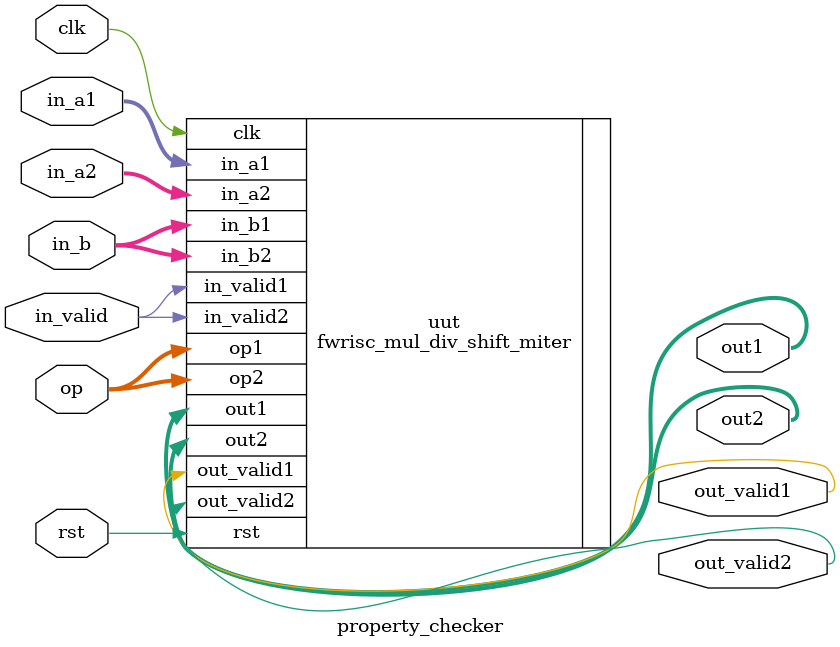
<source format=sv>

module property_checker (

  input clk,
  input rst,

  input [31:0]  in_a1, in_a2,
  input [31:0]  in_b,
  input [3:0]   op,
  input         in_valid,
  output [31:0] out1, out2,
  output        out_valid1, out_valid2
);
  fwrisc_mul_div_shift_miter uut
  (
    .clk       (clk       ),
    .rst       (rst       ),
    .in_a1     (in_a1     ),
    .in_a2     (in_a2     ),
    .in_b1     (in_b      ),
    .in_b2     (in_b      ),
    .op1       (op        ),
    .op2       (op        ),
    .in_valid1 (in_valid  ),
    .in_valid2 (in_valid  ),
    .out1      (out1      ),
    .out2      (out2      ),
    .out_valid1(out_valid1),
    .out_valid2(out_valid2)
  );

    `ifdef FORMAL
      reg initial_clock_cycle;
      initial initial_clock_cycle <= 0;

      always @(posedge clk) begin
        initial_clock_cycle <= 1;
        if (!initial_clock_cycle) assume (rst);
        if (initial_clock_cycle) 
        assume (
                (op == 4'b0000) || // SLL
                (op == 4'b0001) || // SRL
                (op == 4'b0010) || // SRA
                (op == 4'b0011) || // MUL
                (op == 4'b0100) || // MULH
                (op == 4'b0101) || // MULS
                (op == 4'b0110) || // MULSH
                (op == 4'b0111) || // DIV
                (op == 4'b1000)    // REM
                //(op >= 4'b1001)    // NOP
        );
        if (!rst) assert (out_valid1 == out_valid2);
        end
    `endif
    
endmodule

</source>
